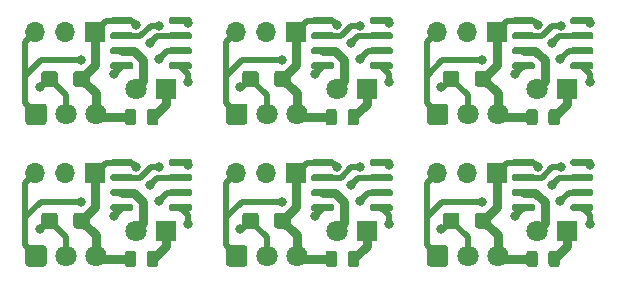
<source format=gbr>
%TF.GenerationSoftware,KiCad,Pcbnew,(5.1.6)-1*%
%TF.CreationDate,2021-08-16T20:18:48+02:00*%
%TF.ProjectId,proxima_panel,70726f78-696d-4615-9f70-616e656c2e6b,rev?*%
%TF.SameCoordinates,Original*%
%TF.FileFunction,Copper,L1,Top*%
%TF.FilePolarity,Positive*%
%FSLAX46Y46*%
G04 Gerber Fmt 4.6, Leading zero omitted, Abs format (unit mm)*
G04 Created by KiCad (PCBNEW (5.1.6)-1) date 2021-08-16 20:18:48*
%MOMM*%
%LPD*%
G01*
G04 APERTURE LIST*
%TA.AperFunction,ComponentPad*%
%ADD10R,1.800000X1.800000*%
%TD*%
%TA.AperFunction,ComponentPad*%
%ADD11C,1.800000*%
%TD*%
%TA.AperFunction,ComponentPad*%
%ADD12R,1.700000X1.700000*%
%TD*%
%TA.AperFunction,ComponentPad*%
%ADD13O,1.700000X1.700000*%
%TD*%
%TA.AperFunction,ViaPad*%
%ADD14C,0.800000*%
%TD*%
%TA.AperFunction,Conductor*%
%ADD15C,0.500000*%
%TD*%
%TA.AperFunction,Conductor*%
%ADD16C,0.750000*%
%TD*%
G04 APERTURE END LIST*
%TO.P,R2,1*%
%TO.N,Net-(D1-Pad1)*%
%TA.AperFunction,SMDPad,CuDef*%
G36*
G01*
X177862500Y-117293750D02*
X177862500Y-118206250D01*
G75*
G02*
X177618750Y-118450000I-243750J0D01*
G01*
X177131250Y-118450000D01*
G75*
G02*
X176887500Y-118206250I0J243750D01*
G01*
X176887500Y-117293750D01*
G75*
G02*
X177131250Y-117050000I243750J0D01*
G01*
X177618750Y-117050000D01*
G75*
G02*
X177862500Y-117293750I0J-243750D01*
G01*
G37*
%TD.AperFunction*%
%TO.P,R2,2*%
%TO.N,GND*%
%TA.AperFunction,SMDPad,CuDef*%
G36*
G01*
X175987500Y-117293750D02*
X175987500Y-118206250D01*
G75*
G02*
X175743750Y-118450000I-243750J0D01*
G01*
X175256250Y-118450000D01*
G75*
G02*
X175012500Y-118206250I0J243750D01*
G01*
X175012500Y-117293750D01*
G75*
G02*
X175256250Y-117050000I243750J0D01*
G01*
X175743750Y-117050000D01*
G75*
G02*
X175987500Y-117293750I0J-243750D01*
G01*
G37*
%TD.AperFunction*%
%TD*%
%TO.P,R2,1*%
%TO.N,Net-(D1-Pad1)*%
%TA.AperFunction,SMDPad,CuDef*%
G36*
G01*
X160862500Y-117293750D02*
X160862500Y-118206250D01*
G75*
G02*
X160618750Y-118450000I-243750J0D01*
G01*
X160131250Y-118450000D01*
G75*
G02*
X159887500Y-118206250I0J243750D01*
G01*
X159887500Y-117293750D01*
G75*
G02*
X160131250Y-117050000I243750J0D01*
G01*
X160618750Y-117050000D01*
G75*
G02*
X160862500Y-117293750I0J-243750D01*
G01*
G37*
%TD.AperFunction*%
%TO.P,R2,2*%
%TO.N,GND*%
%TA.AperFunction,SMDPad,CuDef*%
G36*
G01*
X158987500Y-117293750D02*
X158987500Y-118206250D01*
G75*
G02*
X158743750Y-118450000I-243750J0D01*
G01*
X158256250Y-118450000D01*
G75*
G02*
X158012500Y-118206250I0J243750D01*
G01*
X158012500Y-117293750D01*
G75*
G02*
X158256250Y-117050000I243750J0D01*
G01*
X158743750Y-117050000D01*
G75*
G02*
X158987500Y-117293750I0J-243750D01*
G01*
G37*
%TD.AperFunction*%
%TD*%
%TO.P,R2,1*%
%TO.N,Net-(D1-Pad1)*%
%TA.AperFunction,SMDPad,CuDef*%
G36*
G01*
X143862500Y-117293750D02*
X143862500Y-118206250D01*
G75*
G02*
X143618750Y-118450000I-243750J0D01*
G01*
X143131250Y-118450000D01*
G75*
G02*
X142887500Y-118206250I0J243750D01*
G01*
X142887500Y-117293750D01*
G75*
G02*
X143131250Y-117050000I243750J0D01*
G01*
X143618750Y-117050000D01*
G75*
G02*
X143862500Y-117293750I0J-243750D01*
G01*
G37*
%TD.AperFunction*%
%TO.P,R2,2*%
%TO.N,GND*%
%TA.AperFunction,SMDPad,CuDef*%
G36*
G01*
X141987500Y-117293750D02*
X141987500Y-118206250D01*
G75*
G02*
X141743750Y-118450000I-243750J0D01*
G01*
X141256250Y-118450000D01*
G75*
G02*
X141012500Y-118206250I0J243750D01*
G01*
X141012500Y-117293750D01*
G75*
G02*
X141256250Y-117050000I243750J0D01*
G01*
X141743750Y-117050000D01*
G75*
G02*
X141987500Y-117293750I0J-243750D01*
G01*
G37*
%TD.AperFunction*%
%TD*%
%TO.P,R2,1*%
%TO.N,Net-(D1-Pad1)*%
%TA.AperFunction,SMDPad,CuDef*%
G36*
G01*
X177862500Y-105293750D02*
X177862500Y-106206250D01*
G75*
G02*
X177618750Y-106450000I-243750J0D01*
G01*
X177131250Y-106450000D01*
G75*
G02*
X176887500Y-106206250I0J243750D01*
G01*
X176887500Y-105293750D01*
G75*
G02*
X177131250Y-105050000I243750J0D01*
G01*
X177618750Y-105050000D01*
G75*
G02*
X177862500Y-105293750I0J-243750D01*
G01*
G37*
%TD.AperFunction*%
%TO.P,R2,2*%
%TO.N,GND*%
%TA.AperFunction,SMDPad,CuDef*%
G36*
G01*
X175987500Y-105293750D02*
X175987500Y-106206250D01*
G75*
G02*
X175743750Y-106450000I-243750J0D01*
G01*
X175256250Y-106450000D01*
G75*
G02*
X175012500Y-106206250I0J243750D01*
G01*
X175012500Y-105293750D01*
G75*
G02*
X175256250Y-105050000I243750J0D01*
G01*
X175743750Y-105050000D01*
G75*
G02*
X175987500Y-105293750I0J-243750D01*
G01*
G37*
%TD.AperFunction*%
%TD*%
%TO.P,R2,1*%
%TO.N,Net-(D1-Pad1)*%
%TA.AperFunction,SMDPad,CuDef*%
G36*
G01*
X160862500Y-105293750D02*
X160862500Y-106206250D01*
G75*
G02*
X160618750Y-106450000I-243750J0D01*
G01*
X160131250Y-106450000D01*
G75*
G02*
X159887500Y-106206250I0J243750D01*
G01*
X159887500Y-105293750D01*
G75*
G02*
X160131250Y-105050000I243750J0D01*
G01*
X160618750Y-105050000D01*
G75*
G02*
X160862500Y-105293750I0J-243750D01*
G01*
G37*
%TD.AperFunction*%
%TO.P,R2,2*%
%TO.N,GND*%
%TA.AperFunction,SMDPad,CuDef*%
G36*
G01*
X158987500Y-105293750D02*
X158987500Y-106206250D01*
G75*
G02*
X158743750Y-106450000I-243750J0D01*
G01*
X158256250Y-106450000D01*
G75*
G02*
X158012500Y-106206250I0J243750D01*
G01*
X158012500Y-105293750D01*
G75*
G02*
X158256250Y-105050000I243750J0D01*
G01*
X158743750Y-105050000D01*
G75*
G02*
X158987500Y-105293750I0J-243750D01*
G01*
G37*
%TD.AperFunction*%
%TD*%
D10*
%TO.P,D1,1*%
%TO.N,Net-(D1-Pad1)*%
X178500000Y-115350000D03*
D11*
%TO.P,D1,2*%
%TO.N,SQUARE_WAVE_SIGNAL*%
X175960000Y-115350000D03*
%TD*%
D10*
%TO.P,D1,1*%
%TO.N,Net-(D1-Pad1)*%
X161500000Y-115350000D03*
D11*
%TO.P,D1,2*%
%TO.N,SQUARE_WAVE_SIGNAL*%
X158960000Y-115350000D03*
%TD*%
D10*
%TO.P,D1,1*%
%TO.N,Net-(D1-Pad1)*%
X144500000Y-115350000D03*
D11*
%TO.P,D1,2*%
%TO.N,SQUARE_WAVE_SIGNAL*%
X141960000Y-115350000D03*
%TD*%
D10*
%TO.P,D1,1*%
%TO.N,Net-(D1-Pad1)*%
X178500000Y-103350000D03*
D11*
%TO.P,D1,2*%
%TO.N,SQUARE_WAVE_SIGNAL*%
X175960000Y-103350000D03*
%TD*%
D10*
%TO.P,D1,1*%
%TO.N,Net-(D1-Pad1)*%
X161500000Y-103350000D03*
D11*
%TO.P,D1,2*%
%TO.N,SQUARE_WAVE_SIGNAL*%
X158960000Y-103350000D03*
%TD*%
%TO.P,U1,1*%
%TO.N,OUTPUT_INVERTED*%
%TA.AperFunction,ComponentPad*%
G36*
G01*
X166600000Y-118151600D02*
X166600000Y-116848400D01*
G75*
G02*
X166848400Y-116600000I248400J0D01*
G01*
X168151600Y-116600000D01*
G75*
G02*
X168400000Y-116848400I0J-248400D01*
G01*
X168400000Y-118151600D01*
G75*
G02*
X168151600Y-118400000I-248400J0D01*
G01*
X166848400Y-118400000D01*
G75*
G02*
X166600000Y-118151600I0J248400D01*
G01*
G37*
%TD.AperFunction*%
%TO.P,U1,2*%
%TO.N,Net-(C1-Pad1)*%
X170040000Y-117500000D03*
%TO.P,U1,3*%
%TO.N,GND*%
X172580000Y-117500000D03*
%TD*%
%TO.P,U1,1*%
%TO.N,OUTPUT_INVERTED*%
%TA.AperFunction,ComponentPad*%
G36*
G01*
X149600000Y-118151600D02*
X149600000Y-116848400D01*
G75*
G02*
X149848400Y-116600000I248400J0D01*
G01*
X151151600Y-116600000D01*
G75*
G02*
X151400000Y-116848400I0J-248400D01*
G01*
X151400000Y-118151600D01*
G75*
G02*
X151151600Y-118400000I-248400J0D01*
G01*
X149848400Y-118400000D01*
G75*
G02*
X149600000Y-118151600I0J248400D01*
G01*
G37*
%TD.AperFunction*%
%TO.P,U1,2*%
%TO.N,Net-(C1-Pad1)*%
X153040000Y-117500000D03*
%TO.P,U1,3*%
%TO.N,GND*%
X155580000Y-117500000D03*
%TD*%
%TO.P,U1,1*%
%TO.N,OUTPUT_INVERTED*%
%TA.AperFunction,ComponentPad*%
G36*
G01*
X132600000Y-118151600D02*
X132600000Y-116848400D01*
G75*
G02*
X132848400Y-116600000I248400J0D01*
G01*
X134151600Y-116600000D01*
G75*
G02*
X134400000Y-116848400I0J-248400D01*
G01*
X134400000Y-118151600D01*
G75*
G02*
X134151600Y-118400000I-248400J0D01*
G01*
X132848400Y-118400000D01*
G75*
G02*
X132600000Y-118151600I0J248400D01*
G01*
G37*
%TD.AperFunction*%
%TO.P,U1,2*%
%TO.N,Net-(C1-Pad1)*%
X136040000Y-117500000D03*
%TO.P,U1,3*%
%TO.N,GND*%
X138580000Y-117500000D03*
%TD*%
%TO.P,U1,1*%
%TO.N,OUTPUT_INVERTED*%
%TA.AperFunction,ComponentPad*%
G36*
G01*
X166600000Y-106151600D02*
X166600000Y-104848400D01*
G75*
G02*
X166848400Y-104600000I248400J0D01*
G01*
X168151600Y-104600000D01*
G75*
G02*
X168400000Y-104848400I0J-248400D01*
G01*
X168400000Y-106151600D01*
G75*
G02*
X168151600Y-106400000I-248400J0D01*
G01*
X166848400Y-106400000D01*
G75*
G02*
X166600000Y-106151600I0J248400D01*
G01*
G37*
%TD.AperFunction*%
%TO.P,U1,2*%
%TO.N,Net-(C1-Pad1)*%
X170040000Y-105500000D03*
%TO.P,U1,3*%
%TO.N,GND*%
X172580000Y-105500000D03*
%TD*%
%TO.P,U1,1*%
%TO.N,OUTPUT_INVERTED*%
%TA.AperFunction,ComponentPad*%
G36*
G01*
X149600000Y-106151600D02*
X149600000Y-104848400D01*
G75*
G02*
X149848400Y-104600000I248400J0D01*
G01*
X151151600Y-104600000D01*
G75*
G02*
X151400000Y-104848400I0J-248400D01*
G01*
X151400000Y-106151600D01*
G75*
G02*
X151151600Y-106400000I-248400J0D01*
G01*
X149848400Y-106400000D01*
G75*
G02*
X149600000Y-106151600I0J248400D01*
G01*
G37*
%TD.AperFunction*%
%TO.P,U1,2*%
%TO.N,Net-(C1-Pad1)*%
X153040000Y-105500000D03*
%TO.P,U1,3*%
%TO.N,GND*%
X155580000Y-105500000D03*
%TD*%
%TO.P,U2,1*%
%TO.N,GND*%
%TA.AperFunction,SMDPad,CuDef*%
G36*
G01*
X173800000Y-109745000D02*
X173800000Y-109445000D01*
G75*
G02*
X173950000Y-109295000I150000J0D01*
G01*
X175600000Y-109295000D01*
G75*
G02*
X175750000Y-109445000I0J-150000D01*
G01*
X175750000Y-109745000D01*
G75*
G02*
X175600000Y-109895000I-150000J0D01*
G01*
X173950000Y-109895000D01*
G75*
G02*
X173800000Y-109745000I0J150000D01*
G01*
G37*
%TD.AperFunction*%
%TO.P,U2,2*%
%TO.N,Net-(C3-Pad1)*%
%TA.AperFunction,SMDPad,CuDef*%
G36*
G01*
X173800000Y-111015000D02*
X173800000Y-110715000D01*
G75*
G02*
X173950000Y-110565000I150000J0D01*
G01*
X175600000Y-110565000D01*
G75*
G02*
X175750000Y-110715000I0J-150000D01*
G01*
X175750000Y-111015000D01*
G75*
G02*
X175600000Y-111165000I-150000J0D01*
G01*
X173950000Y-111165000D01*
G75*
G02*
X173800000Y-111015000I0J150000D01*
G01*
G37*
%TD.AperFunction*%
%TO.P,U2,3*%
%TO.N,SQUARE_WAVE_SIGNAL*%
%TA.AperFunction,SMDPad,CuDef*%
G36*
G01*
X173800000Y-112285000D02*
X173800000Y-111985000D01*
G75*
G02*
X173950000Y-111835000I150000J0D01*
G01*
X175600000Y-111835000D01*
G75*
G02*
X175750000Y-111985000I0J-150000D01*
G01*
X175750000Y-112285000D01*
G75*
G02*
X175600000Y-112435000I-150000J0D01*
G01*
X173950000Y-112435000D01*
G75*
G02*
X173800000Y-112285000I0J150000D01*
G01*
G37*
%TD.AperFunction*%
%TO.P,U2,4*%
%TO.N,VCC*%
%TA.AperFunction,SMDPad,CuDef*%
G36*
G01*
X173800000Y-113555000D02*
X173800000Y-113255000D01*
G75*
G02*
X173950000Y-113105000I150000J0D01*
G01*
X175600000Y-113105000D01*
G75*
G02*
X175750000Y-113255000I0J-150000D01*
G01*
X175750000Y-113555000D01*
G75*
G02*
X175600000Y-113705000I-150000J0D01*
G01*
X173950000Y-113705000D01*
G75*
G02*
X173800000Y-113555000I0J150000D01*
G01*
G37*
%TD.AperFunction*%
%TO.P,U2,5*%
%TO.N,Net-(C2-Pad1)*%
%TA.AperFunction,SMDPad,CuDef*%
G36*
G01*
X178750000Y-113555000D02*
X178750000Y-113255000D01*
G75*
G02*
X178900000Y-113105000I150000J0D01*
G01*
X180550000Y-113105000D01*
G75*
G02*
X180700000Y-113255000I0J-150000D01*
G01*
X180700000Y-113555000D01*
G75*
G02*
X180550000Y-113705000I-150000J0D01*
G01*
X178900000Y-113705000D01*
G75*
G02*
X178750000Y-113555000I0J150000D01*
G01*
G37*
%TD.AperFunction*%
%TO.P,U2,6*%
%TO.N,Net-(C3-Pad1)*%
%TA.AperFunction,SMDPad,CuDef*%
G36*
G01*
X178750000Y-112285000D02*
X178750000Y-111985000D01*
G75*
G02*
X178900000Y-111835000I150000J0D01*
G01*
X180550000Y-111835000D01*
G75*
G02*
X180700000Y-111985000I0J-150000D01*
G01*
X180700000Y-112285000D01*
G75*
G02*
X180550000Y-112435000I-150000J0D01*
G01*
X178900000Y-112435000D01*
G75*
G02*
X178750000Y-112285000I0J150000D01*
G01*
G37*
%TD.AperFunction*%
%TO.P,U2,7*%
%TO.N,Net-(R3-Pad2)*%
%TA.AperFunction,SMDPad,CuDef*%
G36*
G01*
X178750000Y-111015000D02*
X178750000Y-110715000D01*
G75*
G02*
X178900000Y-110565000I150000J0D01*
G01*
X180550000Y-110565000D01*
G75*
G02*
X180700000Y-110715000I0J-150000D01*
G01*
X180700000Y-111015000D01*
G75*
G02*
X180550000Y-111165000I-150000J0D01*
G01*
X178900000Y-111165000D01*
G75*
G02*
X178750000Y-111015000I0J150000D01*
G01*
G37*
%TD.AperFunction*%
%TO.P,U2,8*%
%TO.N,VCC*%
%TA.AperFunction,SMDPad,CuDef*%
G36*
G01*
X178750000Y-109745000D02*
X178750000Y-109445000D01*
G75*
G02*
X178900000Y-109295000I150000J0D01*
G01*
X180550000Y-109295000D01*
G75*
G02*
X180700000Y-109445000I0J-150000D01*
G01*
X180700000Y-109745000D01*
G75*
G02*
X180550000Y-109895000I-150000J0D01*
G01*
X178900000Y-109895000D01*
G75*
G02*
X178750000Y-109745000I0J150000D01*
G01*
G37*
%TD.AperFunction*%
%TD*%
%TO.P,U2,1*%
%TO.N,GND*%
%TA.AperFunction,SMDPad,CuDef*%
G36*
G01*
X156800000Y-109745000D02*
X156800000Y-109445000D01*
G75*
G02*
X156950000Y-109295000I150000J0D01*
G01*
X158600000Y-109295000D01*
G75*
G02*
X158750000Y-109445000I0J-150000D01*
G01*
X158750000Y-109745000D01*
G75*
G02*
X158600000Y-109895000I-150000J0D01*
G01*
X156950000Y-109895000D01*
G75*
G02*
X156800000Y-109745000I0J150000D01*
G01*
G37*
%TD.AperFunction*%
%TO.P,U2,2*%
%TO.N,Net-(C3-Pad1)*%
%TA.AperFunction,SMDPad,CuDef*%
G36*
G01*
X156800000Y-111015000D02*
X156800000Y-110715000D01*
G75*
G02*
X156950000Y-110565000I150000J0D01*
G01*
X158600000Y-110565000D01*
G75*
G02*
X158750000Y-110715000I0J-150000D01*
G01*
X158750000Y-111015000D01*
G75*
G02*
X158600000Y-111165000I-150000J0D01*
G01*
X156950000Y-111165000D01*
G75*
G02*
X156800000Y-111015000I0J150000D01*
G01*
G37*
%TD.AperFunction*%
%TO.P,U2,3*%
%TO.N,SQUARE_WAVE_SIGNAL*%
%TA.AperFunction,SMDPad,CuDef*%
G36*
G01*
X156800000Y-112285000D02*
X156800000Y-111985000D01*
G75*
G02*
X156950000Y-111835000I150000J0D01*
G01*
X158600000Y-111835000D01*
G75*
G02*
X158750000Y-111985000I0J-150000D01*
G01*
X158750000Y-112285000D01*
G75*
G02*
X158600000Y-112435000I-150000J0D01*
G01*
X156950000Y-112435000D01*
G75*
G02*
X156800000Y-112285000I0J150000D01*
G01*
G37*
%TD.AperFunction*%
%TO.P,U2,4*%
%TO.N,VCC*%
%TA.AperFunction,SMDPad,CuDef*%
G36*
G01*
X156800000Y-113555000D02*
X156800000Y-113255000D01*
G75*
G02*
X156950000Y-113105000I150000J0D01*
G01*
X158600000Y-113105000D01*
G75*
G02*
X158750000Y-113255000I0J-150000D01*
G01*
X158750000Y-113555000D01*
G75*
G02*
X158600000Y-113705000I-150000J0D01*
G01*
X156950000Y-113705000D01*
G75*
G02*
X156800000Y-113555000I0J150000D01*
G01*
G37*
%TD.AperFunction*%
%TO.P,U2,5*%
%TO.N,Net-(C2-Pad1)*%
%TA.AperFunction,SMDPad,CuDef*%
G36*
G01*
X161750000Y-113555000D02*
X161750000Y-113255000D01*
G75*
G02*
X161900000Y-113105000I150000J0D01*
G01*
X163550000Y-113105000D01*
G75*
G02*
X163700000Y-113255000I0J-150000D01*
G01*
X163700000Y-113555000D01*
G75*
G02*
X163550000Y-113705000I-150000J0D01*
G01*
X161900000Y-113705000D01*
G75*
G02*
X161750000Y-113555000I0J150000D01*
G01*
G37*
%TD.AperFunction*%
%TO.P,U2,6*%
%TO.N,Net-(C3-Pad1)*%
%TA.AperFunction,SMDPad,CuDef*%
G36*
G01*
X161750000Y-112285000D02*
X161750000Y-111985000D01*
G75*
G02*
X161900000Y-111835000I150000J0D01*
G01*
X163550000Y-111835000D01*
G75*
G02*
X163700000Y-111985000I0J-150000D01*
G01*
X163700000Y-112285000D01*
G75*
G02*
X163550000Y-112435000I-150000J0D01*
G01*
X161900000Y-112435000D01*
G75*
G02*
X161750000Y-112285000I0J150000D01*
G01*
G37*
%TD.AperFunction*%
%TO.P,U2,7*%
%TO.N,Net-(R3-Pad2)*%
%TA.AperFunction,SMDPad,CuDef*%
G36*
G01*
X161750000Y-111015000D02*
X161750000Y-110715000D01*
G75*
G02*
X161900000Y-110565000I150000J0D01*
G01*
X163550000Y-110565000D01*
G75*
G02*
X163700000Y-110715000I0J-150000D01*
G01*
X163700000Y-111015000D01*
G75*
G02*
X163550000Y-111165000I-150000J0D01*
G01*
X161900000Y-111165000D01*
G75*
G02*
X161750000Y-111015000I0J150000D01*
G01*
G37*
%TD.AperFunction*%
%TO.P,U2,8*%
%TO.N,VCC*%
%TA.AperFunction,SMDPad,CuDef*%
G36*
G01*
X161750000Y-109745000D02*
X161750000Y-109445000D01*
G75*
G02*
X161900000Y-109295000I150000J0D01*
G01*
X163550000Y-109295000D01*
G75*
G02*
X163700000Y-109445000I0J-150000D01*
G01*
X163700000Y-109745000D01*
G75*
G02*
X163550000Y-109895000I-150000J0D01*
G01*
X161900000Y-109895000D01*
G75*
G02*
X161750000Y-109745000I0J150000D01*
G01*
G37*
%TD.AperFunction*%
%TD*%
%TO.P,U2,1*%
%TO.N,GND*%
%TA.AperFunction,SMDPad,CuDef*%
G36*
G01*
X139800000Y-109745000D02*
X139800000Y-109445000D01*
G75*
G02*
X139950000Y-109295000I150000J0D01*
G01*
X141600000Y-109295000D01*
G75*
G02*
X141750000Y-109445000I0J-150000D01*
G01*
X141750000Y-109745000D01*
G75*
G02*
X141600000Y-109895000I-150000J0D01*
G01*
X139950000Y-109895000D01*
G75*
G02*
X139800000Y-109745000I0J150000D01*
G01*
G37*
%TD.AperFunction*%
%TO.P,U2,2*%
%TO.N,Net-(C3-Pad1)*%
%TA.AperFunction,SMDPad,CuDef*%
G36*
G01*
X139800000Y-111015000D02*
X139800000Y-110715000D01*
G75*
G02*
X139950000Y-110565000I150000J0D01*
G01*
X141600000Y-110565000D01*
G75*
G02*
X141750000Y-110715000I0J-150000D01*
G01*
X141750000Y-111015000D01*
G75*
G02*
X141600000Y-111165000I-150000J0D01*
G01*
X139950000Y-111165000D01*
G75*
G02*
X139800000Y-111015000I0J150000D01*
G01*
G37*
%TD.AperFunction*%
%TO.P,U2,3*%
%TO.N,SQUARE_WAVE_SIGNAL*%
%TA.AperFunction,SMDPad,CuDef*%
G36*
G01*
X139800000Y-112285000D02*
X139800000Y-111985000D01*
G75*
G02*
X139950000Y-111835000I150000J0D01*
G01*
X141600000Y-111835000D01*
G75*
G02*
X141750000Y-111985000I0J-150000D01*
G01*
X141750000Y-112285000D01*
G75*
G02*
X141600000Y-112435000I-150000J0D01*
G01*
X139950000Y-112435000D01*
G75*
G02*
X139800000Y-112285000I0J150000D01*
G01*
G37*
%TD.AperFunction*%
%TO.P,U2,4*%
%TO.N,VCC*%
%TA.AperFunction,SMDPad,CuDef*%
G36*
G01*
X139800000Y-113555000D02*
X139800000Y-113255000D01*
G75*
G02*
X139950000Y-113105000I150000J0D01*
G01*
X141600000Y-113105000D01*
G75*
G02*
X141750000Y-113255000I0J-150000D01*
G01*
X141750000Y-113555000D01*
G75*
G02*
X141600000Y-113705000I-150000J0D01*
G01*
X139950000Y-113705000D01*
G75*
G02*
X139800000Y-113555000I0J150000D01*
G01*
G37*
%TD.AperFunction*%
%TO.P,U2,5*%
%TO.N,Net-(C2-Pad1)*%
%TA.AperFunction,SMDPad,CuDef*%
G36*
G01*
X144750000Y-113555000D02*
X144750000Y-113255000D01*
G75*
G02*
X144900000Y-113105000I150000J0D01*
G01*
X146550000Y-113105000D01*
G75*
G02*
X146700000Y-113255000I0J-150000D01*
G01*
X146700000Y-113555000D01*
G75*
G02*
X146550000Y-113705000I-150000J0D01*
G01*
X144900000Y-113705000D01*
G75*
G02*
X144750000Y-113555000I0J150000D01*
G01*
G37*
%TD.AperFunction*%
%TO.P,U2,6*%
%TO.N,Net-(C3-Pad1)*%
%TA.AperFunction,SMDPad,CuDef*%
G36*
G01*
X144750000Y-112285000D02*
X144750000Y-111985000D01*
G75*
G02*
X144900000Y-111835000I150000J0D01*
G01*
X146550000Y-111835000D01*
G75*
G02*
X146700000Y-111985000I0J-150000D01*
G01*
X146700000Y-112285000D01*
G75*
G02*
X146550000Y-112435000I-150000J0D01*
G01*
X144900000Y-112435000D01*
G75*
G02*
X144750000Y-112285000I0J150000D01*
G01*
G37*
%TD.AperFunction*%
%TO.P,U2,7*%
%TO.N,Net-(R3-Pad2)*%
%TA.AperFunction,SMDPad,CuDef*%
G36*
G01*
X144750000Y-111015000D02*
X144750000Y-110715000D01*
G75*
G02*
X144900000Y-110565000I150000J0D01*
G01*
X146550000Y-110565000D01*
G75*
G02*
X146700000Y-110715000I0J-150000D01*
G01*
X146700000Y-111015000D01*
G75*
G02*
X146550000Y-111165000I-150000J0D01*
G01*
X144900000Y-111165000D01*
G75*
G02*
X144750000Y-111015000I0J150000D01*
G01*
G37*
%TD.AperFunction*%
%TO.P,U2,8*%
%TO.N,VCC*%
%TA.AperFunction,SMDPad,CuDef*%
G36*
G01*
X144750000Y-109745000D02*
X144750000Y-109445000D01*
G75*
G02*
X144900000Y-109295000I150000J0D01*
G01*
X146550000Y-109295000D01*
G75*
G02*
X146700000Y-109445000I0J-150000D01*
G01*
X146700000Y-109745000D01*
G75*
G02*
X146550000Y-109895000I-150000J0D01*
G01*
X144900000Y-109895000D01*
G75*
G02*
X144750000Y-109745000I0J150000D01*
G01*
G37*
%TD.AperFunction*%
%TD*%
%TO.P,U2,1*%
%TO.N,GND*%
%TA.AperFunction,SMDPad,CuDef*%
G36*
G01*
X173800000Y-97745000D02*
X173800000Y-97445000D01*
G75*
G02*
X173950000Y-97295000I150000J0D01*
G01*
X175600000Y-97295000D01*
G75*
G02*
X175750000Y-97445000I0J-150000D01*
G01*
X175750000Y-97745000D01*
G75*
G02*
X175600000Y-97895000I-150000J0D01*
G01*
X173950000Y-97895000D01*
G75*
G02*
X173800000Y-97745000I0J150000D01*
G01*
G37*
%TD.AperFunction*%
%TO.P,U2,2*%
%TO.N,Net-(C3-Pad1)*%
%TA.AperFunction,SMDPad,CuDef*%
G36*
G01*
X173800000Y-99015000D02*
X173800000Y-98715000D01*
G75*
G02*
X173950000Y-98565000I150000J0D01*
G01*
X175600000Y-98565000D01*
G75*
G02*
X175750000Y-98715000I0J-150000D01*
G01*
X175750000Y-99015000D01*
G75*
G02*
X175600000Y-99165000I-150000J0D01*
G01*
X173950000Y-99165000D01*
G75*
G02*
X173800000Y-99015000I0J150000D01*
G01*
G37*
%TD.AperFunction*%
%TO.P,U2,3*%
%TO.N,SQUARE_WAVE_SIGNAL*%
%TA.AperFunction,SMDPad,CuDef*%
G36*
G01*
X173800000Y-100285000D02*
X173800000Y-99985000D01*
G75*
G02*
X173950000Y-99835000I150000J0D01*
G01*
X175600000Y-99835000D01*
G75*
G02*
X175750000Y-99985000I0J-150000D01*
G01*
X175750000Y-100285000D01*
G75*
G02*
X175600000Y-100435000I-150000J0D01*
G01*
X173950000Y-100435000D01*
G75*
G02*
X173800000Y-100285000I0J150000D01*
G01*
G37*
%TD.AperFunction*%
%TO.P,U2,4*%
%TO.N,VCC*%
%TA.AperFunction,SMDPad,CuDef*%
G36*
G01*
X173800000Y-101555000D02*
X173800000Y-101255000D01*
G75*
G02*
X173950000Y-101105000I150000J0D01*
G01*
X175600000Y-101105000D01*
G75*
G02*
X175750000Y-101255000I0J-150000D01*
G01*
X175750000Y-101555000D01*
G75*
G02*
X175600000Y-101705000I-150000J0D01*
G01*
X173950000Y-101705000D01*
G75*
G02*
X173800000Y-101555000I0J150000D01*
G01*
G37*
%TD.AperFunction*%
%TO.P,U2,5*%
%TO.N,Net-(C2-Pad1)*%
%TA.AperFunction,SMDPad,CuDef*%
G36*
G01*
X178750000Y-101555000D02*
X178750000Y-101255000D01*
G75*
G02*
X178900000Y-101105000I150000J0D01*
G01*
X180550000Y-101105000D01*
G75*
G02*
X180700000Y-101255000I0J-150000D01*
G01*
X180700000Y-101555000D01*
G75*
G02*
X180550000Y-101705000I-150000J0D01*
G01*
X178900000Y-101705000D01*
G75*
G02*
X178750000Y-101555000I0J150000D01*
G01*
G37*
%TD.AperFunction*%
%TO.P,U2,6*%
%TO.N,Net-(C3-Pad1)*%
%TA.AperFunction,SMDPad,CuDef*%
G36*
G01*
X178750000Y-100285000D02*
X178750000Y-99985000D01*
G75*
G02*
X178900000Y-99835000I150000J0D01*
G01*
X180550000Y-99835000D01*
G75*
G02*
X180700000Y-99985000I0J-150000D01*
G01*
X180700000Y-100285000D01*
G75*
G02*
X180550000Y-100435000I-150000J0D01*
G01*
X178900000Y-100435000D01*
G75*
G02*
X178750000Y-100285000I0J150000D01*
G01*
G37*
%TD.AperFunction*%
%TO.P,U2,7*%
%TO.N,Net-(R3-Pad2)*%
%TA.AperFunction,SMDPad,CuDef*%
G36*
G01*
X178750000Y-99015000D02*
X178750000Y-98715000D01*
G75*
G02*
X178900000Y-98565000I150000J0D01*
G01*
X180550000Y-98565000D01*
G75*
G02*
X180700000Y-98715000I0J-150000D01*
G01*
X180700000Y-99015000D01*
G75*
G02*
X180550000Y-99165000I-150000J0D01*
G01*
X178900000Y-99165000D01*
G75*
G02*
X178750000Y-99015000I0J150000D01*
G01*
G37*
%TD.AperFunction*%
%TO.P,U2,8*%
%TO.N,VCC*%
%TA.AperFunction,SMDPad,CuDef*%
G36*
G01*
X178750000Y-97745000D02*
X178750000Y-97445000D01*
G75*
G02*
X178900000Y-97295000I150000J0D01*
G01*
X180550000Y-97295000D01*
G75*
G02*
X180700000Y-97445000I0J-150000D01*
G01*
X180700000Y-97745000D01*
G75*
G02*
X180550000Y-97895000I-150000J0D01*
G01*
X178900000Y-97895000D01*
G75*
G02*
X178750000Y-97745000I0J150000D01*
G01*
G37*
%TD.AperFunction*%
%TD*%
%TO.P,U2,1*%
%TO.N,GND*%
%TA.AperFunction,SMDPad,CuDef*%
G36*
G01*
X156800000Y-97745000D02*
X156800000Y-97445000D01*
G75*
G02*
X156950000Y-97295000I150000J0D01*
G01*
X158600000Y-97295000D01*
G75*
G02*
X158750000Y-97445000I0J-150000D01*
G01*
X158750000Y-97745000D01*
G75*
G02*
X158600000Y-97895000I-150000J0D01*
G01*
X156950000Y-97895000D01*
G75*
G02*
X156800000Y-97745000I0J150000D01*
G01*
G37*
%TD.AperFunction*%
%TO.P,U2,2*%
%TO.N,Net-(C3-Pad1)*%
%TA.AperFunction,SMDPad,CuDef*%
G36*
G01*
X156800000Y-99015000D02*
X156800000Y-98715000D01*
G75*
G02*
X156950000Y-98565000I150000J0D01*
G01*
X158600000Y-98565000D01*
G75*
G02*
X158750000Y-98715000I0J-150000D01*
G01*
X158750000Y-99015000D01*
G75*
G02*
X158600000Y-99165000I-150000J0D01*
G01*
X156950000Y-99165000D01*
G75*
G02*
X156800000Y-99015000I0J150000D01*
G01*
G37*
%TD.AperFunction*%
%TO.P,U2,3*%
%TO.N,SQUARE_WAVE_SIGNAL*%
%TA.AperFunction,SMDPad,CuDef*%
G36*
G01*
X156800000Y-100285000D02*
X156800000Y-99985000D01*
G75*
G02*
X156950000Y-99835000I150000J0D01*
G01*
X158600000Y-99835000D01*
G75*
G02*
X158750000Y-99985000I0J-150000D01*
G01*
X158750000Y-100285000D01*
G75*
G02*
X158600000Y-100435000I-150000J0D01*
G01*
X156950000Y-100435000D01*
G75*
G02*
X156800000Y-100285000I0J150000D01*
G01*
G37*
%TD.AperFunction*%
%TO.P,U2,4*%
%TO.N,VCC*%
%TA.AperFunction,SMDPad,CuDef*%
G36*
G01*
X156800000Y-101555000D02*
X156800000Y-101255000D01*
G75*
G02*
X156950000Y-101105000I150000J0D01*
G01*
X158600000Y-101105000D01*
G75*
G02*
X158750000Y-101255000I0J-150000D01*
G01*
X158750000Y-101555000D01*
G75*
G02*
X158600000Y-101705000I-150000J0D01*
G01*
X156950000Y-101705000D01*
G75*
G02*
X156800000Y-101555000I0J150000D01*
G01*
G37*
%TD.AperFunction*%
%TO.P,U2,5*%
%TO.N,Net-(C2-Pad1)*%
%TA.AperFunction,SMDPad,CuDef*%
G36*
G01*
X161750000Y-101555000D02*
X161750000Y-101255000D01*
G75*
G02*
X161900000Y-101105000I150000J0D01*
G01*
X163550000Y-101105000D01*
G75*
G02*
X163700000Y-101255000I0J-150000D01*
G01*
X163700000Y-101555000D01*
G75*
G02*
X163550000Y-101705000I-150000J0D01*
G01*
X161900000Y-101705000D01*
G75*
G02*
X161750000Y-101555000I0J150000D01*
G01*
G37*
%TD.AperFunction*%
%TO.P,U2,6*%
%TO.N,Net-(C3-Pad1)*%
%TA.AperFunction,SMDPad,CuDef*%
G36*
G01*
X161750000Y-100285000D02*
X161750000Y-99985000D01*
G75*
G02*
X161900000Y-99835000I150000J0D01*
G01*
X163550000Y-99835000D01*
G75*
G02*
X163700000Y-99985000I0J-150000D01*
G01*
X163700000Y-100285000D01*
G75*
G02*
X163550000Y-100435000I-150000J0D01*
G01*
X161900000Y-100435000D01*
G75*
G02*
X161750000Y-100285000I0J150000D01*
G01*
G37*
%TD.AperFunction*%
%TO.P,U2,7*%
%TO.N,Net-(R3-Pad2)*%
%TA.AperFunction,SMDPad,CuDef*%
G36*
G01*
X161750000Y-99015000D02*
X161750000Y-98715000D01*
G75*
G02*
X161900000Y-98565000I150000J0D01*
G01*
X163550000Y-98565000D01*
G75*
G02*
X163700000Y-98715000I0J-150000D01*
G01*
X163700000Y-99015000D01*
G75*
G02*
X163550000Y-99165000I-150000J0D01*
G01*
X161900000Y-99165000D01*
G75*
G02*
X161750000Y-99015000I0J150000D01*
G01*
G37*
%TD.AperFunction*%
%TO.P,U2,8*%
%TO.N,VCC*%
%TA.AperFunction,SMDPad,CuDef*%
G36*
G01*
X161750000Y-97745000D02*
X161750000Y-97445000D01*
G75*
G02*
X161900000Y-97295000I150000J0D01*
G01*
X163550000Y-97295000D01*
G75*
G02*
X163700000Y-97445000I0J-150000D01*
G01*
X163700000Y-97745000D01*
G75*
G02*
X163550000Y-97895000I-150000J0D01*
G01*
X161900000Y-97895000D01*
G75*
G02*
X161750000Y-97745000I0J150000D01*
G01*
G37*
%TD.AperFunction*%
%TD*%
D12*
%TO.P,J1,1*%
%TO.N,GND*%
X172500000Y-110500000D03*
D13*
%TO.P,J1,2*%
%TO.N,VCC*%
X169960000Y-110500000D03*
%TO.P,J1,3*%
%TO.N,OUTPUT_INVERTED*%
X167420000Y-110500000D03*
%TD*%
D12*
%TO.P,J1,1*%
%TO.N,GND*%
X155500000Y-110500000D03*
D13*
%TO.P,J1,2*%
%TO.N,VCC*%
X152960000Y-110500000D03*
%TO.P,J1,3*%
%TO.N,OUTPUT_INVERTED*%
X150420000Y-110500000D03*
%TD*%
D12*
%TO.P,J1,1*%
%TO.N,GND*%
X138500000Y-110500000D03*
D13*
%TO.P,J1,2*%
%TO.N,VCC*%
X135960000Y-110500000D03*
%TO.P,J1,3*%
%TO.N,OUTPUT_INVERTED*%
X133420000Y-110500000D03*
%TD*%
D12*
%TO.P,J1,1*%
%TO.N,GND*%
X172500000Y-98500000D03*
D13*
%TO.P,J1,2*%
%TO.N,VCC*%
X169960000Y-98500000D03*
%TO.P,J1,3*%
%TO.N,OUTPUT_INVERTED*%
X167420000Y-98500000D03*
%TD*%
D12*
%TO.P,J1,1*%
%TO.N,GND*%
X155500000Y-98500000D03*
D13*
%TO.P,J1,2*%
%TO.N,VCC*%
X152960000Y-98500000D03*
%TO.P,J1,3*%
%TO.N,OUTPUT_INVERTED*%
X150420000Y-98500000D03*
%TD*%
%TO.P,C1,1*%
%TO.N,Net-(C1-Pad1)*%
%TA.AperFunction,SMDPad,CuDef*%
G36*
G01*
X167950000Y-114925001D02*
X167950000Y-114074999D01*
G75*
G02*
X168199999Y-113825000I249999J0D01*
G01*
X169100001Y-113825000D01*
G75*
G02*
X169350000Y-114074999I0J-249999D01*
G01*
X169350000Y-114925001D01*
G75*
G02*
X169100001Y-115175000I-249999J0D01*
G01*
X168199999Y-115175000D01*
G75*
G02*
X167950000Y-114925001I0J249999D01*
G01*
G37*
%TD.AperFunction*%
%TO.P,C1,2*%
%TO.N,GND*%
%TA.AperFunction,SMDPad,CuDef*%
G36*
G01*
X170650000Y-114925001D02*
X170650000Y-114074999D01*
G75*
G02*
X170899999Y-113825000I249999J0D01*
G01*
X171800001Y-113825000D01*
G75*
G02*
X172050000Y-114074999I0J-249999D01*
G01*
X172050000Y-114925001D01*
G75*
G02*
X171800001Y-115175000I-249999J0D01*
G01*
X170899999Y-115175000D01*
G75*
G02*
X170650000Y-114925001I0J249999D01*
G01*
G37*
%TD.AperFunction*%
%TD*%
%TO.P,C1,1*%
%TO.N,Net-(C1-Pad1)*%
%TA.AperFunction,SMDPad,CuDef*%
G36*
G01*
X150950000Y-114925001D02*
X150950000Y-114074999D01*
G75*
G02*
X151199999Y-113825000I249999J0D01*
G01*
X152100001Y-113825000D01*
G75*
G02*
X152350000Y-114074999I0J-249999D01*
G01*
X152350000Y-114925001D01*
G75*
G02*
X152100001Y-115175000I-249999J0D01*
G01*
X151199999Y-115175000D01*
G75*
G02*
X150950000Y-114925001I0J249999D01*
G01*
G37*
%TD.AperFunction*%
%TO.P,C1,2*%
%TO.N,GND*%
%TA.AperFunction,SMDPad,CuDef*%
G36*
G01*
X153650000Y-114925001D02*
X153650000Y-114074999D01*
G75*
G02*
X153899999Y-113825000I249999J0D01*
G01*
X154800001Y-113825000D01*
G75*
G02*
X155050000Y-114074999I0J-249999D01*
G01*
X155050000Y-114925001D01*
G75*
G02*
X154800001Y-115175000I-249999J0D01*
G01*
X153899999Y-115175000D01*
G75*
G02*
X153650000Y-114925001I0J249999D01*
G01*
G37*
%TD.AperFunction*%
%TD*%
%TO.P,C1,1*%
%TO.N,Net-(C1-Pad1)*%
%TA.AperFunction,SMDPad,CuDef*%
G36*
G01*
X133950000Y-114925001D02*
X133950000Y-114074999D01*
G75*
G02*
X134199999Y-113825000I249999J0D01*
G01*
X135100001Y-113825000D01*
G75*
G02*
X135350000Y-114074999I0J-249999D01*
G01*
X135350000Y-114925001D01*
G75*
G02*
X135100001Y-115175000I-249999J0D01*
G01*
X134199999Y-115175000D01*
G75*
G02*
X133950000Y-114925001I0J249999D01*
G01*
G37*
%TD.AperFunction*%
%TO.P,C1,2*%
%TO.N,GND*%
%TA.AperFunction,SMDPad,CuDef*%
G36*
G01*
X136650000Y-114925001D02*
X136650000Y-114074999D01*
G75*
G02*
X136899999Y-113825000I249999J0D01*
G01*
X137800001Y-113825000D01*
G75*
G02*
X138050000Y-114074999I0J-249999D01*
G01*
X138050000Y-114925001D01*
G75*
G02*
X137800001Y-115175000I-249999J0D01*
G01*
X136899999Y-115175000D01*
G75*
G02*
X136650000Y-114925001I0J249999D01*
G01*
G37*
%TD.AperFunction*%
%TD*%
%TO.P,C1,1*%
%TO.N,Net-(C1-Pad1)*%
%TA.AperFunction,SMDPad,CuDef*%
G36*
G01*
X167950000Y-102925001D02*
X167950000Y-102074999D01*
G75*
G02*
X168199999Y-101825000I249999J0D01*
G01*
X169100001Y-101825000D01*
G75*
G02*
X169350000Y-102074999I0J-249999D01*
G01*
X169350000Y-102925001D01*
G75*
G02*
X169100001Y-103175000I-249999J0D01*
G01*
X168199999Y-103175000D01*
G75*
G02*
X167950000Y-102925001I0J249999D01*
G01*
G37*
%TD.AperFunction*%
%TO.P,C1,2*%
%TO.N,GND*%
%TA.AperFunction,SMDPad,CuDef*%
G36*
G01*
X170650000Y-102925001D02*
X170650000Y-102074999D01*
G75*
G02*
X170899999Y-101825000I249999J0D01*
G01*
X171800001Y-101825000D01*
G75*
G02*
X172050000Y-102074999I0J-249999D01*
G01*
X172050000Y-102925001D01*
G75*
G02*
X171800001Y-103175000I-249999J0D01*
G01*
X170899999Y-103175000D01*
G75*
G02*
X170650000Y-102925001I0J249999D01*
G01*
G37*
%TD.AperFunction*%
%TD*%
%TO.P,C1,1*%
%TO.N,Net-(C1-Pad1)*%
%TA.AperFunction,SMDPad,CuDef*%
G36*
G01*
X150950000Y-102925001D02*
X150950000Y-102074999D01*
G75*
G02*
X151199999Y-101825000I249999J0D01*
G01*
X152100001Y-101825000D01*
G75*
G02*
X152350000Y-102074999I0J-249999D01*
G01*
X152350000Y-102925001D01*
G75*
G02*
X152100001Y-103175000I-249999J0D01*
G01*
X151199999Y-103175000D01*
G75*
G02*
X150950000Y-102925001I0J249999D01*
G01*
G37*
%TD.AperFunction*%
%TO.P,C1,2*%
%TO.N,GND*%
%TA.AperFunction,SMDPad,CuDef*%
G36*
G01*
X153650000Y-102925001D02*
X153650000Y-102074999D01*
G75*
G02*
X153899999Y-101825000I249999J0D01*
G01*
X154800001Y-101825000D01*
G75*
G02*
X155050000Y-102074999I0J-249999D01*
G01*
X155050000Y-102925001D01*
G75*
G02*
X154800001Y-103175000I-249999J0D01*
G01*
X153899999Y-103175000D01*
G75*
G02*
X153650000Y-102925001I0J249999D01*
G01*
G37*
%TD.AperFunction*%
%TD*%
%TO.P,C1,2*%
%TO.N,GND*%
%TA.AperFunction,SMDPad,CuDef*%
G36*
G01*
X136650000Y-102925001D02*
X136650000Y-102074999D01*
G75*
G02*
X136899999Y-101825000I249999J0D01*
G01*
X137800001Y-101825000D01*
G75*
G02*
X138050000Y-102074999I0J-249999D01*
G01*
X138050000Y-102925001D01*
G75*
G02*
X137800001Y-103175000I-249999J0D01*
G01*
X136899999Y-103175000D01*
G75*
G02*
X136650000Y-102925001I0J249999D01*
G01*
G37*
%TD.AperFunction*%
%TO.P,C1,1*%
%TO.N,Net-(C1-Pad1)*%
%TA.AperFunction,SMDPad,CuDef*%
G36*
G01*
X133950000Y-102925001D02*
X133950000Y-102074999D01*
G75*
G02*
X134199999Y-101825000I249999J0D01*
G01*
X135100001Y-101825000D01*
G75*
G02*
X135350000Y-102074999I0J-249999D01*
G01*
X135350000Y-102925001D01*
G75*
G02*
X135100001Y-103175000I-249999J0D01*
G01*
X134199999Y-103175000D01*
G75*
G02*
X133950000Y-102925001I0J249999D01*
G01*
G37*
%TD.AperFunction*%
%TD*%
%TO.P,J1,3*%
%TO.N,OUTPUT_INVERTED*%
X133420000Y-98500000D03*
%TO.P,J1,2*%
%TO.N,VCC*%
X135960000Y-98500000D03*
D12*
%TO.P,J1,1*%
%TO.N,GND*%
X138500000Y-98500000D03*
%TD*%
%TO.P,U2,8*%
%TO.N,VCC*%
%TA.AperFunction,SMDPad,CuDef*%
G36*
G01*
X144750000Y-97745000D02*
X144750000Y-97445000D01*
G75*
G02*
X144900000Y-97295000I150000J0D01*
G01*
X146550000Y-97295000D01*
G75*
G02*
X146700000Y-97445000I0J-150000D01*
G01*
X146700000Y-97745000D01*
G75*
G02*
X146550000Y-97895000I-150000J0D01*
G01*
X144900000Y-97895000D01*
G75*
G02*
X144750000Y-97745000I0J150000D01*
G01*
G37*
%TD.AperFunction*%
%TO.P,U2,7*%
%TO.N,Net-(R3-Pad2)*%
%TA.AperFunction,SMDPad,CuDef*%
G36*
G01*
X144750000Y-99015000D02*
X144750000Y-98715000D01*
G75*
G02*
X144900000Y-98565000I150000J0D01*
G01*
X146550000Y-98565000D01*
G75*
G02*
X146700000Y-98715000I0J-150000D01*
G01*
X146700000Y-99015000D01*
G75*
G02*
X146550000Y-99165000I-150000J0D01*
G01*
X144900000Y-99165000D01*
G75*
G02*
X144750000Y-99015000I0J150000D01*
G01*
G37*
%TD.AperFunction*%
%TO.P,U2,6*%
%TO.N,Net-(C3-Pad1)*%
%TA.AperFunction,SMDPad,CuDef*%
G36*
G01*
X144750000Y-100285000D02*
X144750000Y-99985000D01*
G75*
G02*
X144900000Y-99835000I150000J0D01*
G01*
X146550000Y-99835000D01*
G75*
G02*
X146700000Y-99985000I0J-150000D01*
G01*
X146700000Y-100285000D01*
G75*
G02*
X146550000Y-100435000I-150000J0D01*
G01*
X144900000Y-100435000D01*
G75*
G02*
X144750000Y-100285000I0J150000D01*
G01*
G37*
%TD.AperFunction*%
%TO.P,U2,5*%
%TO.N,Net-(C2-Pad1)*%
%TA.AperFunction,SMDPad,CuDef*%
G36*
G01*
X144750000Y-101555000D02*
X144750000Y-101255000D01*
G75*
G02*
X144900000Y-101105000I150000J0D01*
G01*
X146550000Y-101105000D01*
G75*
G02*
X146700000Y-101255000I0J-150000D01*
G01*
X146700000Y-101555000D01*
G75*
G02*
X146550000Y-101705000I-150000J0D01*
G01*
X144900000Y-101705000D01*
G75*
G02*
X144750000Y-101555000I0J150000D01*
G01*
G37*
%TD.AperFunction*%
%TO.P,U2,4*%
%TO.N,VCC*%
%TA.AperFunction,SMDPad,CuDef*%
G36*
G01*
X139800000Y-101555000D02*
X139800000Y-101255000D01*
G75*
G02*
X139950000Y-101105000I150000J0D01*
G01*
X141600000Y-101105000D01*
G75*
G02*
X141750000Y-101255000I0J-150000D01*
G01*
X141750000Y-101555000D01*
G75*
G02*
X141600000Y-101705000I-150000J0D01*
G01*
X139950000Y-101705000D01*
G75*
G02*
X139800000Y-101555000I0J150000D01*
G01*
G37*
%TD.AperFunction*%
%TO.P,U2,3*%
%TO.N,SQUARE_WAVE_SIGNAL*%
%TA.AperFunction,SMDPad,CuDef*%
G36*
G01*
X139800000Y-100285000D02*
X139800000Y-99985000D01*
G75*
G02*
X139950000Y-99835000I150000J0D01*
G01*
X141600000Y-99835000D01*
G75*
G02*
X141750000Y-99985000I0J-150000D01*
G01*
X141750000Y-100285000D01*
G75*
G02*
X141600000Y-100435000I-150000J0D01*
G01*
X139950000Y-100435000D01*
G75*
G02*
X139800000Y-100285000I0J150000D01*
G01*
G37*
%TD.AperFunction*%
%TO.P,U2,2*%
%TO.N,Net-(C3-Pad1)*%
%TA.AperFunction,SMDPad,CuDef*%
G36*
G01*
X139800000Y-99015000D02*
X139800000Y-98715000D01*
G75*
G02*
X139950000Y-98565000I150000J0D01*
G01*
X141600000Y-98565000D01*
G75*
G02*
X141750000Y-98715000I0J-150000D01*
G01*
X141750000Y-99015000D01*
G75*
G02*
X141600000Y-99165000I-150000J0D01*
G01*
X139950000Y-99165000D01*
G75*
G02*
X139800000Y-99015000I0J150000D01*
G01*
G37*
%TD.AperFunction*%
%TO.P,U2,1*%
%TO.N,GND*%
%TA.AperFunction,SMDPad,CuDef*%
G36*
G01*
X139800000Y-97745000D02*
X139800000Y-97445000D01*
G75*
G02*
X139950000Y-97295000I150000J0D01*
G01*
X141600000Y-97295000D01*
G75*
G02*
X141750000Y-97445000I0J-150000D01*
G01*
X141750000Y-97745000D01*
G75*
G02*
X141600000Y-97895000I-150000J0D01*
G01*
X139950000Y-97895000D01*
G75*
G02*
X139800000Y-97745000I0J150000D01*
G01*
G37*
%TD.AperFunction*%
%TD*%
D11*
%TO.P,U1,3*%
%TO.N,GND*%
X138580000Y-105500000D03*
%TO.P,U1,2*%
%TO.N,Net-(C1-Pad1)*%
X136040000Y-105500000D03*
%TO.P,U1,1*%
%TO.N,OUTPUT_INVERTED*%
%TA.AperFunction,ComponentPad*%
G36*
G01*
X132600000Y-106151600D02*
X132600000Y-104848400D01*
G75*
G02*
X132848400Y-104600000I248400J0D01*
G01*
X134151600Y-104600000D01*
G75*
G02*
X134400000Y-104848400I0J-248400D01*
G01*
X134400000Y-106151600D01*
G75*
G02*
X134151600Y-106400000I-248400J0D01*
G01*
X132848400Y-106400000D01*
G75*
G02*
X132600000Y-106151600I0J248400D01*
G01*
G37*
%TD.AperFunction*%
%TD*%
%TO.P,R2,2*%
%TO.N,GND*%
%TA.AperFunction,SMDPad,CuDef*%
G36*
G01*
X141987500Y-105293750D02*
X141987500Y-106206250D01*
G75*
G02*
X141743750Y-106450000I-243750J0D01*
G01*
X141256250Y-106450000D01*
G75*
G02*
X141012500Y-106206250I0J243750D01*
G01*
X141012500Y-105293750D01*
G75*
G02*
X141256250Y-105050000I243750J0D01*
G01*
X141743750Y-105050000D01*
G75*
G02*
X141987500Y-105293750I0J-243750D01*
G01*
G37*
%TD.AperFunction*%
%TO.P,R2,1*%
%TO.N,Net-(D1-Pad1)*%
%TA.AperFunction,SMDPad,CuDef*%
G36*
G01*
X143862500Y-105293750D02*
X143862500Y-106206250D01*
G75*
G02*
X143618750Y-106450000I-243750J0D01*
G01*
X143131250Y-106450000D01*
G75*
G02*
X142887500Y-106206250I0J243750D01*
G01*
X142887500Y-105293750D01*
G75*
G02*
X143131250Y-105050000I243750J0D01*
G01*
X143618750Y-105050000D01*
G75*
G02*
X143862500Y-105293750I0J-243750D01*
G01*
G37*
%TD.AperFunction*%
%TD*%
%TO.P,D1,2*%
%TO.N,SQUARE_WAVE_SIGNAL*%
X141960000Y-103350000D03*
D10*
%TO.P,D1,1*%
%TO.N,Net-(D1-Pad1)*%
X144500000Y-103350000D03*
%TD*%
D14*
%TO.N,GND*%
X142000000Y-97950000D03*
X159000000Y-97950000D03*
X176000000Y-97950000D03*
X142000000Y-109950000D03*
X159000000Y-109950000D03*
X176000000Y-109950000D03*
%TO.N,Net-(C1-Pad1)*%
X133800000Y-103200000D03*
X150800000Y-103200000D03*
X167800000Y-103200000D03*
X133800000Y-115200000D03*
X150800000Y-115200000D03*
X167800000Y-115200000D03*
%TO.N,Net-(C2-Pad1)*%
X146375000Y-102800000D03*
X163375000Y-102800000D03*
X180375000Y-102800000D03*
X146375000Y-114800000D03*
X163375000Y-114800000D03*
X180375000Y-114800000D03*
%TO.N,Net-(C3-Pad1)*%
X143950000Y-98000000D03*
X143900000Y-100850000D03*
X160900000Y-100850000D03*
X177900000Y-100850000D03*
X143900000Y-112850000D03*
X160900000Y-112850000D03*
X177900000Y-112850000D03*
X160950000Y-98000000D03*
X177950000Y-98000000D03*
X143950000Y-110000000D03*
X160950000Y-110000000D03*
X177950000Y-110000000D03*
%TO.N,VCC*%
X146375000Y-97800000D03*
X140080000Y-102100000D03*
X163375000Y-97800000D03*
X180375000Y-97800000D03*
X146375000Y-109800000D03*
X163375000Y-109800000D03*
X180375000Y-109800000D03*
X157080000Y-102100000D03*
X174080000Y-102100000D03*
X140080000Y-114100000D03*
X157080000Y-114100000D03*
X174080000Y-114100000D03*
%TO.N,OUTPUT_INVERTED*%
X137300000Y-100900000D03*
X154300000Y-100900000D03*
X171300000Y-100900000D03*
X137300000Y-112900000D03*
X154300000Y-112900000D03*
X171300000Y-112900000D03*
%TO.N,Net-(R3-Pad2)*%
X143150000Y-99500000D03*
X160150000Y-99500000D03*
X177150000Y-99500000D03*
X143150000Y-111500000D03*
X160150000Y-111500000D03*
X177150000Y-111500000D03*
%TD*%
D15*
%TO.N,GND*%
X138830000Y-105750000D02*
X138580000Y-105500000D01*
D16*
X138580000Y-103730000D02*
X137350000Y-102500000D01*
X138580000Y-105500000D02*
X138580000Y-103730000D01*
X138500000Y-101350000D02*
X138500000Y-98500000D01*
X137350000Y-102500000D02*
X138500000Y-101350000D01*
X141500000Y-105750000D02*
X138830000Y-105750000D01*
D15*
X139405000Y-97595000D02*
X138500000Y-98500000D01*
X140775000Y-97595000D02*
X139405000Y-97595000D01*
X140775000Y-97595000D02*
X141645000Y-97595000D01*
X141645000Y-97595000D02*
X142000000Y-97950000D01*
D16*
X158500000Y-105750000D02*
X155830000Y-105750000D01*
X175500000Y-105750000D02*
X172830000Y-105750000D01*
X141500000Y-117750000D02*
X138830000Y-117750000D01*
X158500000Y-117750000D02*
X155830000Y-117750000D01*
X175500000Y-117750000D02*
X172830000Y-117750000D01*
D15*
X157775000Y-97595000D02*
X158645000Y-97595000D01*
X174775000Y-97595000D02*
X175645000Y-97595000D01*
X140775000Y-109595000D02*
X141645000Y-109595000D01*
X157775000Y-109595000D02*
X158645000Y-109595000D01*
X174775000Y-109595000D02*
X175645000Y-109595000D01*
D16*
X155500000Y-101350000D02*
X155500000Y-98500000D01*
X172500000Y-101350000D02*
X172500000Y-98500000D01*
X138500000Y-113350000D02*
X138500000Y-110500000D01*
X155500000Y-113350000D02*
X155500000Y-110500000D01*
X172500000Y-113350000D02*
X172500000Y-110500000D01*
D15*
X155830000Y-105750000D02*
X155580000Y-105500000D01*
X172830000Y-105750000D02*
X172580000Y-105500000D01*
X138830000Y-117750000D02*
X138580000Y-117500000D01*
X155830000Y-117750000D02*
X155580000Y-117500000D01*
X172830000Y-117750000D02*
X172580000Y-117500000D01*
D16*
X154350000Y-102500000D02*
X155500000Y-101350000D01*
X171350000Y-102500000D02*
X172500000Y-101350000D01*
X137350000Y-114500000D02*
X138500000Y-113350000D01*
X154350000Y-114500000D02*
X155500000Y-113350000D01*
X171350000Y-114500000D02*
X172500000Y-113350000D01*
D15*
X157775000Y-97595000D02*
X156405000Y-97595000D01*
X174775000Y-97595000D02*
X173405000Y-97595000D01*
X140775000Y-109595000D02*
X139405000Y-109595000D01*
X157775000Y-109595000D02*
X156405000Y-109595000D01*
X174775000Y-109595000D02*
X173405000Y-109595000D01*
X158645000Y-97595000D02*
X159000000Y-97950000D01*
X175645000Y-97595000D02*
X176000000Y-97950000D01*
X141645000Y-109595000D02*
X142000000Y-109950000D01*
X158645000Y-109595000D02*
X159000000Y-109950000D01*
X175645000Y-109595000D02*
X176000000Y-109950000D01*
D16*
X155580000Y-105500000D02*
X155580000Y-103730000D01*
X172580000Y-105500000D02*
X172580000Y-103730000D01*
X138580000Y-117500000D02*
X138580000Y-115730000D01*
X155580000Y-117500000D02*
X155580000Y-115730000D01*
X172580000Y-117500000D02*
X172580000Y-115730000D01*
X155580000Y-103730000D02*
X154350000Y-102500000D01*
X172580000Y-103730000D02*
X171350000Y-102500000D01*
X138580000Y-115730000D02*
X137350000Y-114500000D01*
X155580000Y-115730000D02*
X154350000Y-114500000D01*
X172580000Y-115730000D02*
X171350000Y-114500000D01*
D15*
X156405000Y-97595000D02*
X155500000Y-98500000D01*
X173405000Y-97595000D02*
X172500000Y-98500000D01*
X139405000Y-109595000D02*
X138500000Y-110500000D01*
X156405000Y-109595000D02*
X155500000Y-110500000D01*
X173405000Y-109595000D02*
X172500000Y-110500000D01*
%TO.N,Net-(C1-Pad1)*%
X133950000Y-103200000D02*
X134650000Y-102500000D01*
X133800000Y-103200000D02*
X133950000Y-103200000D01*
X136040000Y-103890000D02*
X134650000Y-102500000D01*
X136040000Y-105500000D02*
X136040000Y-103890000D01*
X153040000Y-105500000D02*
X153040000Y-103890000D01*
X170040000Y-105500000D02*
X170040000Y-103890000D01*
X136040000Y-117500000D02*
X136040000Y-115890000D01*
X153040000Y-117500000D02*
X153040000Y-115890000D01*
X170040000Y-117500000D02*
X170040000Y-115890000D01*
X150950000Y-103200000D02*
X151650000Y-102500000D01*
X167950000Y-103200000D02*
X168650000Y-102500000D01*
X133950000Y-115200000D02*
X134650000Y-114500000D01*
X150950000Y-115200000D02*
X151650000Y-114500000D01*
X167950000Y-115200000D02*
X168650000Y-114500000D01*
X153040000Y-103890000D02*
X151650000Y-102500000D01*
X170040000Y-103890000D02*
X168650000Y-102500000D01*
X136040000Y-115890000D02*
X134650000Y-114500000D01*
X153040000Y-115890000D02*
X151650000Y-114500000D01*
X170040000Y-115890000D02*
X168650000Y-114500000D01*
X150800000Y-103200000D02*
X150950000Y-103200000D01*
X167800000Y-103200000D02*
X167950000Y-103200000D01*
X133800000Y-115200000D02*
X133950000Y-115200000D01*
X150800000Y-115200000D02*
X150950000Y-115200000D01*
X167800000Y-115200000D02*
X167950000Y-115200000D01*
%TO.N,Net-(C2-Pad1)*%
X145725000Y-101405000D02*
X146375000Y-102055000D01*
X146375000Y-102055000D02*
X146375000Y-102800000D01*
X163375000Y-102055000D02*
X163375000Y-102800000D01*
X180375000Y-102055000D02*
X180375000Y-102800000D01*
X146375000Y-114055000D02*
X146375000Y-114800000D01*
X163375000Y-114055000D02*
X163375000Y-114800000D01*
X180375000Y-114055000D02*
X180375000Y-114800000D01*
X162725000Y-101405000D02*
X163375000Y-102055000D01*
X179725000Y-101405000D02*
X180375000Y-102055000D01*
X145725000Y-113405000D02*
X146375000Y-114055000D01*
X162725000Y-113405000D02*
X163375000Y-114055000D01*
X179725000Y-113405000D02*
X180375000Y-114055000D01*
%TO.N,Net-(C3-Pad1)*%
X145015000Y-100135000D02*
X145725000Y-100135000D01*
X140775000Y-98865000D02*
X142335000Y-98865000D01*
X143200000Y-98000000D02*
X143950000Y-98000000D01*
X142335000Y-98865000D02*
X143200000Y-98000000D01*
X144615000Y-100135000D02*
X145725000Y-100135000D01*
X143900000Y-100850000D02*
X144615000Y-100135000D01*
X161615000Y-100135000D02*
X162725000Y-100135000D01*
X178615000Y-100135000D02*
X179725000Y-100135000D01*
X144615000Y-112135000D02*
X145725000Y-112135000D01*
X161615000Y-112135000D02*
X162725000Y-112135000D01*
X178615000Y-112135000D02*
X179725000Y-112135000D01*
X162015000Y-100135000D02*
X162725000Y-100135000D01*
X179015000Y-100135000D02*
X179725000Y-100135000D01*
X145015000Y-112135000D02*
X145725000Y-112135000D01*
X162015000Y-112135000D02*
X162725000Y-112135000D01*
X179015000Y-112135000D02*
X179725000Y-112135000D01*
X159335000Y-98865000D02*
X160200000Y-98000000D01*
X176335000Y-98865000D02*
X177200000Y-98000000D01*
X142335000Y-110865000D02*
X143200000Y-110000000D01*
X159335000Y-110865000D02*
X160200000Y-110000000D01*
X176335000Y-110865000D02*
X177200000Y-110000000D01*
X160900000Y-100850000D02*
X161615000Y-100135000D01*
X177900000Y-100850000D02*
X178615000Y-100135000D01*
X143900000Y-112850000D02*
X144615000Y-112135000D01*
X160900000Y-112850000D02*
X161615000Y-112135000D01*
X177900000Y-112850000D02*
X178615000Y-112135000D01*
X157775000Y-98865000D02*
X159335000Y-98865000D01*
X174775000Y-98865000D02*
X176335000Y-98865000D01*
X140775000Y-110865000D02*
X142335000Y-110865000D01*
X157775000Y-110865000D02*
X159335000Y-110865000D01*
X174775000Y-110865000D02*
X176335000Y-110865000D01*
X160200000Y-98000000D02*
X160950000Y-98000000D01*
X177200000Y-98000000D02*
X177950000Y-98000000D01*
X143200000Y-110000000D02*
X143950000Y-110000000D01*
X160200000Y-110000000D02*
X160950000Y-110000000D01*
X177200000Y-110000000D02*
X177950000Y-110000000D01*
%TO.N,VCC*%
X145725000Y-97595000D02*
X146170000Y-97595000D01*
X146170000Y-97595000D02*
X146375000Y-97800000D01*
X140775000Y-101405000D02*
X140080000Y-102100000D01*
X157775000Y-101405000D02*
X157080000Y-102100000D01*
X174775000Y-101405000D02*
X174080000Y-102100000D01*
X140775000Y-113405000D02*
X140080000Y-114100000D01*
X157775000Y-113405000D02*
X157080000Y-114100000D01*
X174775000Y-113405000D02*
X174080000Y-114100000D01*
X162725000Y-97595000D02*
X163170000Y-97595000D01*
X179725000Y-97595000D02*
X180170000Y-97595000D01*
X145725000Y-109595000D02*
X146170000Y-109595000D01*
X162725000Y-109595000D02*
X163170000Y-109595000D01*
X179725000Y-109595000D02*
X180170000Y-109595000D01*
X163170000Y-97595000D02*
X163375000Y-97800000D01*
X180170000Y-97595000D02*
X180375000Y-97800000D01*
X146170000Y-109595000D02*
X146375000Y-109800000D01*
X163170000Y-109595000D02*
X163375000Y-109800000D01*
X180170000Y-109595000D02*
X180375000Y-109800000D01*
D16*
%TO.N,Net-(D1-Pad1)*%
X144500000Y-104625000D02*
X143375000Y-105750000D01*
X144500000Y-103350000D02*
X144500000Y-104625000D01*
X161500000Y-104625000D02*
X160375000Y-105750000D01*
X178500000Y-104625000D02*
X177375000Y-105750000D01*
X144500000Y-116625000D02*
X143375000Y-117750000D01*
X161500000Y-116625000D02*
X160375000Y-117750000D01*
X178500000Y-116625000D02*
X177375000Y-117750000D01*
X161500000Y-103350000D02*
X161500000Y-104625000D01*
X178500000Y-103350000D02*
X178500000Y-104625000D01*
X144500000Y-115350000D02*
X144500000Y-116625000D01*
X161500000Y-115350000D02*
X161500000Y-116625000D01*
X178500000Y-115350000D02*
X178500000Y-116625000D01*
D15*
%TO.N,OUTPUT_INVERTED*%
X132570001Y-104570001D02*
X133500000Y-105500000D01*
X133420000Y-98500000D02*
X132570001Y-99349999D01*
X133900000Y-100900000D02*
X132570001Y-102229999D01*
X137300000Y-100900000D02*
X133900000Y-100900000D01*
X132570001Y-99349999D02*
X132570001Y-102229999D01*
X132570001Y-102229999D02*
X132570001Y-104570001D01*
X149570001Y-104570001D02*
X150500000Y-105500000D01*
X166570001Y-104570001D02*
X167500000Y-105500000D01*
X132570001Y-116570001D02*
X133500000Y-117500000D01*
X149570001Y-116570001D02*
X150500000Y-117500000D01*
X166570001Y-116570001D02*
X167500000Y-117500000D01*
X150900000Y-100900000D02*
X149570001Y-102229999D01*
X167900000Y-100900000D02*
X166570001Y-102229999D01*
X133900000Y-112900000D02*
X132570001Y-114229999D01*
X150900000Y-112900000D02*
X149570001Y-114229999D01*
X167900000Y-112900000D02*
X166570001Y-114229999D01*
X150420000Y-98500000D02*
X149570001Y-99349999D01*
X167420000Y-98500000D02*
X166570001Y-99349999D01*
X133420000Y-110500000D02*
X132570001Y-111349999D01*
X150420000Y-110500000D02*
X149570001Y-111349999D01*
X167420000Y-110500000D02*
X166570001Y-111349999D01*
X149570001Y-102229999D02*
X149570001Y-104570001D01*
X166570001Y-102229999D02*
X166570001Y-104570001D01*
X132570001Y-114229999D02*
X132570001Y-116570001D01*
X149570001Y-114229999D02*
X149570001Y-116570001D01*
X166570001Y-114229999D02*
X166570001Y-116570001D01*
X154300000Y-100900000D02*
X150900000Y-100900000D01*
X171300000Y-100900000D02*
X167900000Y-100900000D01*
X137300000Y-112900000D02*
X133900000Y-112900000D01*
X154300000Y-112900000D02*
X150900000Y-112900000D01*
X171300000Y-112900000D02*
X167900000Y-112900000D01*
X149570001Y-99349999D02*
X149570001Y-102229999D01*
X166570001Y-99349999D02*
X166570001Y-102229999D01*
X132570001Y-111349999D02*
X132570001Y-114229999D01*
X149570001Y-111349999D02*
X149570001Y-114229999D01*
X166570001Y-111349999D02*
X166570001Y-114229999D01*
D16*
%TO.N,SQUARE_WAVE_SIGNAL*%
X140775000Y-100135000D02*
X141785000Y-100135000D01*
X141785000Y-100135000D02*
X142600000Y-100950000D01*
X142600000Y-102710000D02*
X141960000Y-103350000D01*
X142600000Y-100950000D02*
X142600000Y-102710000D01*
X157775000Y-100135000D02*
X158785000Y-100135000D01*
X174775000Y-100135000D02*
X175785000Y-100135000D01*
X140775000Y-112135000D02*
X141785000Y-112135000D01*
X157775000Y-112135000D02*
X158785000Y-112135000D01*
X174775000Y-112135000D02*
X175785000Y-112135000D01*
X158785000Y-100135000D02*
X159600000Y-100950000D01*
X175785000Y-100135000D02*
X176600000Y-100950000D01*
X141785000Y-112135000D02*
X142600000Y-112950000D01*
X158785000Y-112135000D02*
X159600000Y-112950000D01*
X175785000Y-112135000D02*
X176600000Y-112950000D01*
X159600000Y-100950000D02*
X159600000Y-102710000D01*
X176600000Y-100950000D02*
X176600000Y-102710000D01*
X142600000Y-112950000D02*
X142600000Y-114710000D01*
X159600000Y-112950000D02*
X159600000Y-114710000D01*
X176600000Y-112950000D02*
X176600000Y-114710000D01*
X159600000Y-102710000D02*
X158960000Y-103350000D01*
X176600000Y-102710000D02*
X175960000Y-103350000D01*
X142600000Y-114710000D02*
X141960000Y-115350000D01*
X159600000Y-114710000D02*
X158960000Y-115350000D01*
X176600000Y-114710000D02*
X175960000Y-115350000D01*
D15*
%TO.N,Net-(R3-Pad2)*%
X143785000Y-98865000D02*
X145725000Y-98865000D01*
X143150000Y-99500000D02*
X143785000Y-98865000D01*
X160150000Y-99500000D02*
X160785000Y-98865000D01*
X177150000Y-99500000D02*
X177785000Y-98865000D01*
X143150000Y-111500000D02*
X143785000Y-110865000D01*
X160150000Y-111500000D02*
X160785000Y-110865000D01*
X177150000Y-111500000D02*
X177785000Y-110865000D01*
X160785000Y-98865000D02*
X162725000Y-98865000D01*
X177785000Y-98865000D02*
X179725000Y-98865000D01*
X143785000Y-110865000D02*
X145725000Y-110865000D01*
X160785000Y-110865000D02*
X162725000Y-110865000D01*
X177785000Y-110865000D02*
X179725000Y-110865000D01*
%TD*%
M02*

</source>
